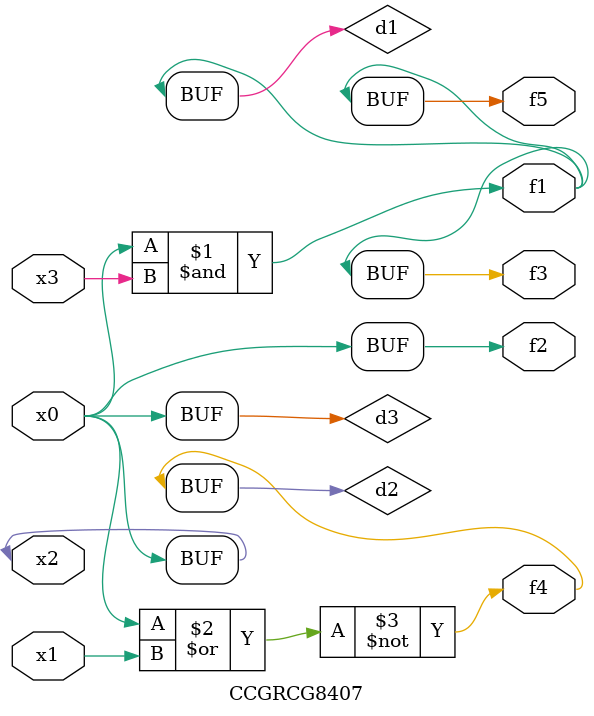
<source format=v>
module CCGRCG8407(
	input x0, x1, x2, x3,
	output f1, f2, f3, f4, f5
);

	wire d1, d2, d3;

	and (d1, x2, x3);
	nor (d2, x0, x1);
	buf (d3, x0, x2);
	assign f1 = d1;
	assign f2 = d3;
	assign f3 = d1;
	assign f4 = d2;
	assign f5 = d1;
endmodule

</source>
